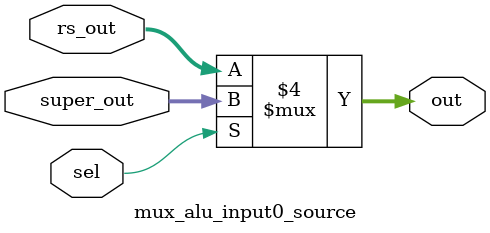
<source format=sv>

module mux_alu_input0_source(
  input logic[7:0] rs_out, super_out, 
  input logic sel, 
  output logic[7:0] out
  );

  always_comb begin
    if(sel == 0)
	   out = rs_out;
    else
      out = super_out; 
  end
 
endmodule
</source>
